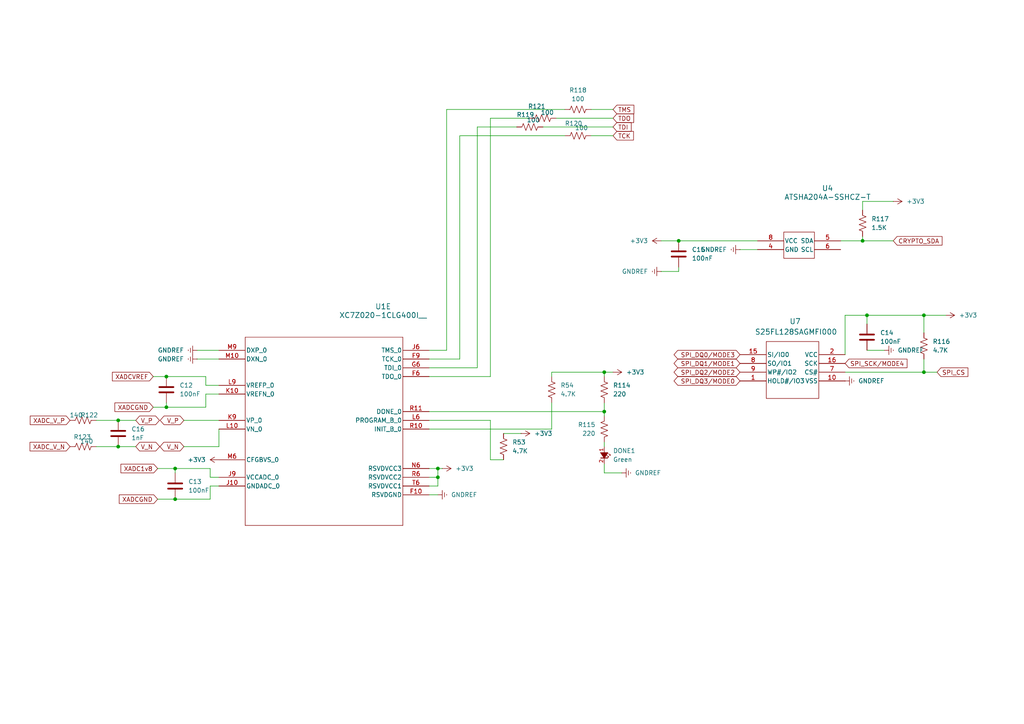
<source format=kicad_sch>
(kicad_sch (version 20231120) (generator "eeschema") (generator_version "8.0")
  (paper "A4")
  (junction (at 34.29 129.54))
  (junction (at 196.85 69.85))
  (junction (at 48.26 109.22))
  (junction (at 34.29 121.92))
  (junction (at 48.26 118.11))
  (junction (at 127 135.89))
  (junction (at 267.97 107.95))
  (junction (at 50.8 135.89))
  (junction (at 175.26 119.38))
  (junction (at 251.46 91.44))
  (junction (at 250.19 69.85))
  (junction (at 127 138.43))
  (junction (at 267.97 91.44))
  (junction (at 50.8 144.78))
  (junction (at 175.26 107.95))
  (wire (pts (xy 191.77 69.85) (xy 196.85 69.85)))
  (wire (pts (xy 138.43 106.68) (xy 138.43 36.83)))
  (wire (pts (xy 124.46 109.22) (xy 142.24 109.22)))
  (wire (pts (xy 44.45 118.11) (xy 48.26 118.11)))
  (wire (pts (xy 50.8 144.78) (xy 60.96 144.78)))
  (wire (pts (xy 60.96 140.97) (xy 60.96 144.78)))
  (wire (pts (xy 245.11 107.95) (xy 267.97 107.95)))
  (wire (pts (xy 57.15 104.14) (xy 63.5 104.14)))
  (wire (pts (xy 245.11 91.44) (xy 251.46 91.44)))
  (wire (pts (xy 250.19 69.85) (xy 243.84 69.85)))
  (wire (pts (xy 250.19 58.42) (xy 259.08 58.42)))
  (wire (pts (xy 63.5 114.3) (xy 59.69 114.3)))
  (wire (pts (xy 175.26 134.62) (xy 175.26 137.16)))
  (wire (pts (xy 27.94 121.92) (xy 34.29 121.92)))
  (wire (pts (xy 251.46 91.44) (xy 251.46 93.98)))
  (wire (pts (xy 60.96 138.43) (xy 60.96 135.89)))
  (wire (pts (xy 160.02 109.22) (xy 160.02 107.95)))
  (wire (pts (xy 267.97 91.44) (xy 274.32 91.44)))
  (wire (pts (xy 124.46 135.89) (xy 127 135.89)))
  (wire (pts (xy 133.35 39.37) (xy 163.83 39.37)))
  (wire (pts (xy 34.29 121.92) (xy 39.37 121.92)))
  (wire (pts (xy 175.26 109.22) (xy 175.26 107.95)))
  (wire (pts (xy 127 140.97) (xy 127 138.43)))
  (wire (pts (xy 127 138.43) (xy 127 135.89)))
  (wire (pts (xy 171.45 39.37) (xy 177.8 39.37)))
  (wire (pts (xy 44.45 109.22) (xy 48.26 109.22)))
  (wire (pts (xy 60.96 138.43) (xy 63.5 138.43)))
  (wire (pts (xy 214.63 72.39) (xy 219.71 72.39)))
  (wire (pts (xy 45.72 135.89) (xy 50.8 135.89)))
  (wire (pts (xy 175.26 107.95) (xy 177.8 107.95)))
  (wire (pts (xy 146.05 133.35) (xy 142.24 133.35)))
  (wire (pts (xy 48.26 118.11) (xy 59.69 118.11)))
  (wire (pts (xy 146.05 125.73) (xy 151.13 125.73)))
  (wire (pts (xy 171.45 31.75) (xy 177.8 31.75)))
  (wire (pts (xy 175.26 128.27) (xy 175.26 129.54)))
  (wire (pts (xy 124.46 124.46) (xy 160.02 124.46)))
  (wire (pts (xy 124.46 104.14) (xy 133.35 104.14)))
  (wire (pts (xy 124.46 138.43) (xy 127 138.43)))
  (wire (pts (xy 63.5 111.76) (xy 59.69 111.76)))
  (wire (pts (xy 129.54 101.6) (xy 129.54 31.75)))
  (wire (pts (xy 250.19 69.85) (xy 259.08 69.85)))
  (wire (pts (xy 60.96 140.97) (xy 63.5 140.97)))
  (wire (pts (xy 250.19 68.58) (xy 250.19 69.85)))
  (wire (pts (xy 161.29 34.29) (xy 177.8 34.29)))
  (wire (pts (xy 60.96 135.89) (xy 50.8 135.89)))
  (wire (pts (xy 129.54 31.75) (xy 163.83 31.75)))
  (wire (pts (xy 250.19 60.96) (xy 250.19 58.42)))
  (wire (pts (xy 50.8 137.16) (xy 50.8 135.89)))
  (wire (pts (xy 138.43 36.83) (xy 149.86 36.83)))
  (wire (pts (xy 124.46 121.92) (xy 142.24 121.92)))
  (wire (pts (xy 124.46 140.97) (xy 127 140.97)))
  (wire (pts (xy 142.24 34.29) (xy 153.67 34.29)))
  (wire (pts (xy 175.26 119.38) (xy 175.26 120.65)))
  (wire (pts (xy 196.85 69.85) (xy 219.71 69.85)))
  (wire (pts (xy 124.46 143.51) (xy 127 143.51)))
  (wire (pts (xy 175.26 116.84) (xy 175.26 119.38)))
  (wire (pts (xy 267.97 104.14) (xy 267.97 107.95)))
  (wire (pts (xy 124.46 101.6) (xy 129.54 101.6)))
  (wire (pts (xy 57.15 101.6) (xy 63.5 101.6)))
  (wire (pts (xy 127 135.89) (xy 128.27 135.89)))
  (wire (pts (xy 133.35 104.14) (xy 133.35 39.37)))
  (wire (pts (xy 48.26 118.11) (xy 48.26 116.84)))
  (wire (pts (xy 160.02 116.84) (xy 160.02 124.46)))
  (wire (pts (xy 142.24 109.22) (xy 142.24 34.29)))
  (wire (pts (xy 142.24 133.35) (xy 142.24 121.92)))
  (wire (pts (xy 53.34 121.92) (xy 63.5 121.92)))
  (wire (pts (xy 63.5 129.54) (xy 63.5 124.46)))
  (wire (pts (xy 45.72 144.78) (xy 50.8 144.78)))
  (wire (pts (xy 251.46 101.6) (xy 256.54 101.6)))
  (wire (pts (xy 251.46 91.44) (xy 267.97 91.44)))
  (wire (pts (xy 196.85 78.74) (xy 196.85 77.47)))
  (wire (pts (xy 267.97 107.95) (xy 271.78 107.95)))
  (wire (pts (xy 191.77 78.74) (xy 196.85 78.74)))
  (wire (pts (xy 124.46 119.38) (xy 175.26 119.38)))
  (wire (pts (xy 175.26 137.16) (xy 180.34 137.16)))
  (wire (pts (xy 27.94 129.54) (xy 34.29 129.54)))
  (wire (pts (xy 53.34 129.54) (xy 63.5 129.54)))
  (wire (pts (xy 59.69 109.22) (xy 48.26 109.22)))
  (wire (pts (xy 59.69 111.76) (xy 59.69 109.22)))
  (wire (pts (xy 34.29 129.54) (xy 39.37 129.54)))
  (wire (pts (xy 157.48 36.83) (xy 177.8 36.83)))
  (wire (pts (xy 124.46 106.68) (xy 138.43 106.68)))
  (wire (pts (xy 267.97 91.44) (xy 267.97 96.52)))
  (wire (pts (xy 245.11 102.87) (xy 245.11 91.44)))
  (wire (pts (xy 160.02 107.95) (xy 175.26 107.95)))
  (wire (pts (xy 59.69 114.3) (xy 59.69 118.11)))
  (global_label "SPI_DQ1{slash}MODE1" (shape bidirectional) (at 214.63 105.41 180) (property "Intersheetrefs" "${INTERSHEET_REFS}" (effects (hide yes))))
  (global_label "TDO" (shape input) (at 177.8 34.29 0) (property "Intersheetrefs" "${INTERSHEET_REFS}" (effects (hide yes))))
  (global_label "XADCGND" (shape input) (at 44.45 118.11 180) (property "Intersheetrefs" "${INTERSHEET_REFS}" (effects (hide yes))))
  (global_label "SPI_CS" (shape input) (at 271.78 107.95 0) (property "Intersheetrefs" "${INTERSHEET_REFS}" (effects (hide yes))))
  (global_label "SPI_SCK{slash}MODE4" (shape input) (at 245.11 105.41 0) (property "Intersheetrefs" "${INTERSHEET_REFS}" (effects (hide yes))))
  (global_label "XADC1v8" (shape input) (at 45.72 135.89 180) (property "Intersheetrefs" "${INTERSHEET_REFS}" (effects (hide yes))))
  (global_label "V_N" (shape bidirectional) (at 39.37 129.54 0) (property "Intersheetrefs" "${INTERSHEET_REFS}" (effects (hide yes))))
  (global_label "V_P" (shape bidirectional) (at 39.37 121.92 0) (property "Intersheetrefs" "${INTERSHEET_REFS}" (effects (hide yes))))
  (global_label "SPI_DQ3{slash}MODE0" (shape bidirectional) (at 214.63 110.49 180) (property "Intersheetrefs" "${INTERSHEET_REFS}" (effects (hide yes))))
  (global_label "TMS" (shape input) (at 177.8 31.75 0) (property "Intersheetrefs" "${INTERSHEET_REFS}" (effects (hide yes))))
  (global_label "XADCGND" (shape input) (at 45.72 144.78 180) (property "Intersheetrefs" "${INTERSHEET_REFS}" (effects (hide yes))))
  (global_label "TCK" (shape input) (at 177.8 39.37 0) (property "Intersheetrefs" "${INTERSHEET_REFS}" (effects (hide yes))))
  (global_label "V_P" (shape bidirectional) (at 53.34 121.92 180) (property "Intersheetrefs" "${INTERSHEET_REFS}" (effects (hide yes))))
  (global_label "XADC_V_N" (shape input) (at 20.32 129.54 180) (property "Intersheetrefs" "${INTERSHEET_REFS}" (effects (hide yes))))
  (global_label "CRYPTO_SDA" (shape input) (at 259.08 69.85 0) (property "Intersheetrefs" "${INTERSHEET_REFS}" (effects (hide yes))))
  (global_label "TDI" (shape input) (at 177.8 36.83 0) (property "Intersheetrefs" "${INTERSHEET_REFS}" (effects (hide yes))))
  (global_label "XADC_V_P" (shape input) (at 20.32 121.92 180) (property "Intersheetrefs" "${INTERSHEET_REFS}" (effects (hide yes))))
  (global_label "SPI_DQ2{slash}MODE2" (shape bidirectional) (at 214.63 107.95 180) (property "Intersheetrefs" "${INTERSHEET_REFS}" (effects (hide yes))))
  (global_label "V_N" (shape bidirectional) (at 53.34 129.54 180) (property "Intersheetrefs" "${INTERSHEET_REFS}" (effects (hide yes))))
  (global_label "SPI_DQ0{slash}MODE3" (shape bidirectional) (at 214.63 102.87 180) (property "Intersheetrefs" "${INTERSHEET_REFS}" (effects (hide yes))))
  (global_label "XADCVREF" (shape input) (at 44.45 109.22 180) (property "Intersheetrefs" "${INTERSHEET_REFS}" (effects (hide yes))))
  (symbol (lib_name "ATSHA204A-SSHCZ-T_1") (lib_id "ATSHA204A_SSHCZ_T:ATSHA204A-SSHCZ-T") (at 219.71 64.77 0) (unit 1)
    (property "Reference" "U4" (at 240.03 54.61 0) (effects (font (size 1.524 1.524))))
    (property "Value" "ATSHA204A-SSHCZ-T" (at 240.03 57.15 0) (effects (font (size 1.524 1.524))))
    (property "Footprint" "footprints:SOIC8_4P9X3P9MC_MCH" (effects (hide yes)))
    (property "Datasheet" "ATSHA204A-SSHCZ-T" (effects (hide yes)))
    (property "LCSC PN" "C616025" (effects (hide yes)))
  )
  (symbol (lib_id "power:GNDREF") (at 57.15 104.14 270) (unit 1)
    (property "Reference" "#PWR0153" (effects (hide yes)))
    (property "Value" "GNDREF" (at 53.34 104.1399 90) (effects (justify right)))
    (property "Description" "Power symbol creates a global label with name \"GNDREF\" , reference supply ground" (effects (hide yes)))
  )
  (symbol (lib_id "power:+3V3") (at 63.5 133.35 90) (unit 1)
    (property "Reference" "#PWR0137" (effects (hide yes)))
    (property "Value" "+3V3" (at 59.69 133.3499 90) (effects (justify left)))
    (property "Description" "Power symbol creates a global label with name \"+3V3\"" (effects (hide yes)))
  )
  (symbol (lib_id "Device:C") (at 196.85 73.66 0) (unit 1)
    (property "Reference" "C15" (at 200.66 72.3899 0) (effects (justify left)))
    (property "Value" "100nF" (at 200.66 74.9299 0) (effects (justify left)))
    (property "Footprint" "footprints:C_0201_0603Metric" (effects (hide yes)))
    (property "Description" "Unpolarized capacitor" (effects (hide yes)))
    (property "LCSC PN" "c1525" (effects (hide yes)))
  )
  (symbol (lib_id "Device:R_US") (at 167.64 31.75 90) (unit 1)
    (property "Reference" "R118" (at 167.64 26.1582 90))
    (property "Value" "100" (at 167.64 28.6982 90))
    (property "Footprint" "footprints:R_0402" (effects (hide yes)))
    (property "Description" "Resistor, US symbol" (effects (hide yes)))
    (property "LCSC PN" "C106232" (effects (hide yes)))
  )
  (symbol (lib_id "Device:R_US") (at 157.48 34.29 90) (unit 1)
    (property "Reference" "R121" (at 155.702 30.8581 90))
    (property "Value" "100" (at 158.75 32.6361 90))
    (property "Footprint" "footprints:R_0402" (effects (hide yes)))
    (property "Description" "Resistor, US symbol" (effects (hide yes)))
    (property "LCSC PN" "C106232" (effects (hide yes)))
  )
  (symbol (lib_id "Device:R_US") (at 153.67 36.83 90) (unit 1)
    (property "Reference" "R119" (at 152.4 33.274 90))
    (property "Value" "100" (at 154.686 34.798 90))
    (property "Footprint" "footprints:R_0402" (effects (hide yes)))
    (property "Description" "Resistor, US symbol" (effects (hide yes)))
    (property "LCSC PN" "C106232" (effects (hide yes)))
  )
  (symbol (lib_id "power:GNDREF") (at 127 143.51 90) (unit 1)
    (property "Reference" "#PWR0138" (effects (hide yes)))
    (property "Value" "GNDREF" (at 130.81 143.5099 90) (effects (justify right)))
    (property "Description" "Power symbol creates a global label with name \"GNDREF\" , reference supply ground" (effects (hide yes)))
  )
  (symbol (lib_id "Device:R_US") (at 250.19 64.77 0) (unit 1)
    (property "Reference" "R117" (at 252.73 63.4999 0) (effects (justify left)))
    (property "Value" "1.5K" (at 252.73 66.0399 0) (effects (justify left)))
    (property "Footprint" "footprints:R_0402" (effects (hide yes)))
    (property "Description" "Resistor, US symbol" (effects (hide yes)))
    (property "LCSC PN" "C114759" (effects (hide yes)))
  )
  (symbol (lib_id "power:GNDREF") (at 57.15 101.6 270) (unit 1)
    (property "Reference" "#PWR0136" (effects (hide yes)))
    (property "Value" "GNDREF" (at 53.34 101.5999 90) (effects (justify right)))
    (property "Description" "Power symbol creates a global label with name \"GNDREF\" , reference supply ground" (effects (hide yes)))
  )
  (symbol (lib_id "Device:R_US") (at 24.13 121.92 90) (unit 1)
    (property "Reference" "R122" (at 25.908 120.396 90))
    (property "Value" "140" (at 22.098 120.396 90))
    (property "Footprint" "footprints:R_0402" (effects (hide yes)))
    (property "Description" "Resistor, US symbol" (effects (hide yes)))
    (property "LCSC PN" "C327016" (effects (hide yes)))
  )
  (symbol (lib_id "Device:R_US") (at 24.13 129.54 90) (unit 1)
    (property "Reference" "R123" (at 23.876 126.746 90))
    (property "Value" "140" (at 25.146 128.016 90))
    (property "Footprint" "footprints:R_0402" (effects (hide yes)))
    (property "Description" "Resistor, US symbol" (effects (hide yes)))
    (property "LCSC PN" "C327016" (effects (hide yes)))
  )
  (symbol (lib_id "power:GNDREF") (at 245.11 110.49 90) (unit 1)
    (property "Reference" "#PWR0143" (effects (hide yes)))
    (property "Value" "GNDREF" (at 248.92 110.4899 90) (effects (justify right)))
    (property "Description" "Power symbol creates a global label with name \"GNDREF\" , reference supply ground" (effects (hide yes)))
  )
  (symbol (lib_id "Device:C") (at 50.8 140.97 0) (unit 1)
    (property "Reference" "C13" (at 54.61 139.6999 0) (effects (justify left)))
    (property "Value" "100nF" (at 54.61 142.2399 0) (effects (justify left)))
    (property "Footprint" "footprints:C_0201_0603Metric" (effects (hide yes)))
    (property "Description" "Unpolarized capacitor" (effects (hide yes)))
    (property "LCSC PN" "c1525" (effects (hide yes)))
  )
  (symbol (lib_id "power:GNDREF") (at 256.54 101.6 90) (unit 1)
    (property "Reference" "#PWR0145" (effects (hide yes)))
    (property "Value" "GNDREF" (at 260.35 101.5999 90) (effects (justify right)))
    (property "Description" "Power symbol creates a global label with name \"GNDREF\" , reference supply ground" (effects (hide yes)))
  )
  (symbol (lib_id "S25FL128SAGMFI000:S25FL128SAGMFI000") (at 199.39 99.06 0) (unit 1)
    (property "Reference" "U7" (at 230.632 93.218 0) (effects (font (size 1.524 1.524))))
    (property "Value" "S25FL128SAGMFI000" (at 230.886 96.266 0) (effects (font (size 1.524 1.524))))
    (property "Footprint" "footprints:SO3016_INF" (effects (hide yes)))
    (property "Datasheet" "S25FL128SAGMFI000" (effects (hide yes)))
    (property "LCSC PN" "C393875" (effects (hide yes)))
  )
  (symbol (lib_id "power:+3V3") (at 191.77 69.85 90) (unit 1)
    (property "Reference" "#PWR0148" (effects (hide yes)))
    (property "Value" "+3V3" (at 187.96 69.8499 90) (effects (justify left)))
    (property "Description" "Power symbol creates a global label with name \"+3V3\"" (effects (hide yes)))
  )
  (symbol (lib_id "power:+3V3") (at 128.27 135.89 270) (unit 1)
    (property "Reference" "#PWR0139" (effects (hide yes)))
    (property "Value" "+3V3" (at 132.08 135.8899 90) (effects (justify left)))
    (property "Description" "Power symbol creates a global label with name \"+3V3\"" (effects (hide yes)))
  )
  (symbol (lib_id "power:+3V3") (at 274.32 91.44 270) (unit 1)
    (property "Reference" "#PWR0144" (effects (hide yes)))
    (property "Value" "+3V3" (at 278.13 91.4399 90) (effects (justify left)))
    (property "Description" "Power symbol creates a global label with name \"+3V3\"" (effects (hide yes)))
  )
  (symbol (lib_id "power:GNDREF") (at 180.34 137.16 90) (unit 1)
    (property "Reference" "#PWR0142" (effects (hide yes)))
    (property "Value" "GNDREF" (at 184.15 137.1599 90) (effects (justify right)))
    (property "Description" "Power symbol creates a global label with name \"GNDREF\" , reference supply ground" (effects (hide yes)))
  )
  (symbol (lib_id "Aquiot:LED") (at 175.26 132.08 270) (unit 1)
    (property "Reference" "DONE1" (at 177.8 130.7464 90) (effects (justify left)))
    (property "Value" "Green" (at 177.8 133.2864 90) (effects (justify left)))
    (property "Footprint" "footprints:LED_0402_1005Metric" (effects (hide yes)))
    (property "Description" "Light emitting diode, small symbol, filled shape" (effects (hide yes)))
    (property "LCSC PN" "C434449" (effects (hide yes)))
  )
  (symbol (lib_id "Device:R_US") (at 175.26 113.03 0) (unit 1)
    (property "Reference" "R114" (at 177.8 111.7599 0) (effects (justify left)))
    (property "Value" "220" (at 177.8 114.2999 0) (effects (justify left)))
    (property "Footprint" "footprints:R_0402" (effects (hide yes)))
    (property "Description" "Resistor, US symbol" (effects (hide yes)))
    (property "LCSC PN" "C112291" (effects (hide yes)))
  )
  (symbol (lib_id "Device:R_US") (at 167.64 39.37 90) (unit 1)
    (property "Reference" "R120" (at 166.37 35.814 90))
    (property "Value" "100" (at 168.656 37.084 90))
    (property "Footprint" "footprints:R_0402" (effects (hide yes)))
    (property "Description" "Resistor, US symbol" (effects (hide yes)))
    (property "LCSC PN" "C106232" (effects (hide yes)))
  )
  (symbol (lib_id "xc7z020-1clg400i_complete:XC7Z020-1CLG400I__") (at 63.5 105.41 0) (unit 5)
    (property "Reference" "U1" (at 111.125 88.9 0) (effects (font (size 1.524 1.524))))
    (property "Value" "XC7Z020-1CLG400I__" (at 111.125 91.44 0) (effects (font (size 1.524 1.524))))
    (property "Footprint" "footprints:CLG400_ZYNQ-7000_AMD" (effects (hide yes)))
    (property "Datasheet" "XC7Z020-1CLG400I" (effects (hide yes)))
    (property "LCSC PN" "C1519081" (effects (hide yes)))
  )
  (symbol (lib_id "Device:R_US") (at 146.05 129.54 0) (unit 1)
    (property "Reference" "R53" (at 148.59 128.2699 0) (effects (justify left)))
    (property "Value" "4.7K" (at 148.59 130.8099 0) (effects (justify left)))
    (property "Footprint" "footprints:R_0402" (effects (hide yes)))
    (property "Description" "Resistor, US symbol" (effects (hide yes)))
    (property "LCSC PN" "C105871" (effects (hide yes)))
  )
  (symbol (lib_id "Device:C") (at 34.29 125.73 0) (unit 1)
    (property "Reference" "C16" (at 38.1 124.4599 0) (effects (justify left)))
    (property "Value" "1nF" (at 38.1 126.9999 0) (effects (justify left)))
    (property "Footprint" "footprints:C_0201_0603Metric" (effects (hide yes)))
    (property "Description" "Unpolarized capacitor" (effects (hide yes)))
    (property "LCSC PN" "c14442" (effects (hide yes)))
  )
  (symbol (lib_id "power:+3V3") (at 259.08 58.42 270) (unit 1)
    (property "Reference" "#PWR0146" (effects (hide yes)))
    (property "Value" "+3V3" (at 262.89 58.4199 90) (effects (justify left)))
    (property "Description" "Power symbol creates a global label with name \"+3V3\"" (effects (hide yes)))
  )
  (symbol (lib_id "power:+3V3") (at 151.13 125.73 270) (unit 1)
    (property "Reference" "#PWR0140" (effects (hide yes)))
    (property "Value" "+3V3" (at 154.94 125.7299 90) (effects (justify left)))
    (property "Description" "Power symbol creates a global label with name \"+3V3\"" (effects (hide yes)))
  )
  (symbol (lib_id "power:GNDREF") (at 214.63 72.39 270) (unit 1)
    (property "Reference" "#PWR0147" (effects (hide yes)))
    (property "Value" "GNDREF" (at 210.82 72.3899 90) (effects (justify right)))
    (property "Description" "Power symbol creates a global label with name \"GNDREF\" , reference supply ground" (effects (hide yes)))
  )
  (symbol (lib_id "power:GNDREF") (at 191.77 78.74 270) (unit 1)
    (property "Reference" "#PWR0149" (effects (hide yes)))
    (property "Value" "GNDREF" (at 187.96 78.7399 90) (effects (justify right)))
    (property "Description" "Power symbol creates a global label with name \"GNDREF\" , reference supply ground" (effects (hide yes)))
  )
  (symbol (lib_id "Device:R_US") (at 267.97 100.33 0) (unit 1)
    (property "Reference" "R116" (at 270.51 99.0599 0) (effects (justify left)))
    (property "Value" "4.7K" (at 270.51 101.5999 0) (effects (justify left)))
    (property "Footprint" "footprints:R_0402" (effects (hide yes)))
    (property "Description" "Resistor, US symbol" (effects (hide yes)))
    (property "LCSC PN" "C105871" (effects (hide yes)))
  )
  (symbol (lib_id "Device:R_US") (at 160.02 113.03 0) (unit 1)
    (property "Reference" "R54" (at 162.56 111.7599 0) (effects (justify left)))
    (property "Value" "4.7K" (at 162.56 114.2999 0) (effects (justify left)))
    (property "Footprint" "footprints:R_0402" (effects (hide yes)))
    (property "Description" "Resistor, US symbol" (effects (hide yes)))
    (property "LCSC PN" "C105871" (effects (hide yes)))
  )
  (symbol (lib_id "power:+3V3") (at 177.8 107.95 270) (unit 1)
    (property "Reference" "#PWR0141" (effects (hide yes)))
    (property "Value" "+3V3" (at 181.61 107.9499 90) (effects (justify left)))
    (property "Description" "Power symbol creates a global label with name \"+3V3\"" (effects (hide yes)))
  )
  (symbol (lib_id "Device:C") (at 48.26 113.03 0) (unit 1)
    (property "Reference" "C12" (at 52.07 111.7599 0) (effects (justify left)))
    (property "Value" "100nF" (at 52.07 114.2999 0) (effects (justify left)))
    (property "Footprint" "footprints:C_0201_0603Metric" (effects (hide yes)))
    (property "Description" "Unpolarized capacitor" (effects (hide yes)))
    (property "LCSC PN" "c1525" (effects (hide yes)))
  )
  (symbol (lib_id "Device:C") (at 251.46 97.79 0) (unit 1)
    (property "Reference" "C14" (at 255.27 96.5199 0) (effects (justify left)))
    (property "Value" "100nF" (at 255.27 99.0599 0) (effects (justify left)))
    (property "Footprint" "footprints:C_0402" (effects (hide yes)))
    (property "Description" "Unpolarized capacitor" (effects (hide yes)))
    (property "LCSC PN" "c1525" (effects (hide yes)))
  )
  (symbol (lib_id "Device:R_US") (at 175.26 124.46 0) (mirror y) (unit 1)
    (property "Reference" "R115" (at 172.72 123.1899 0) (effects (justify left)))
    (property "Value" "220" (at 172.72 125.7299 0) (effects (justify left)))
    (property "Footprint" "footprints:R_0402" (effects (hide yes)))
    (property "Description" "Resistor, US symbol" (effects (hide yes)))
    (property "LCSC PN" "C112291" (effects (hide yes)))
  )
)
</source>
